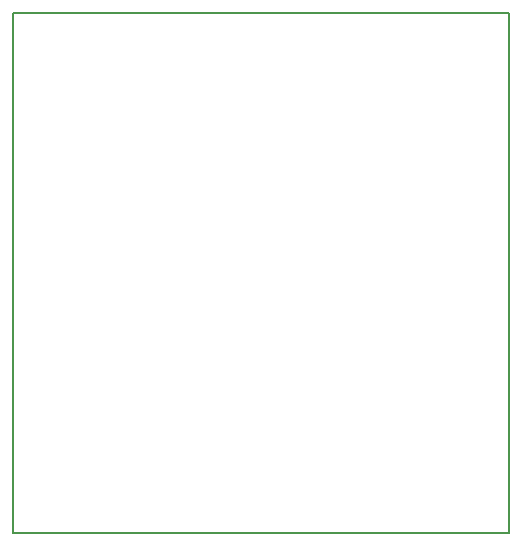
<source format=gbr>
G04 #@! TF.FileFunction,Profile,NP*
%FSLAX46Y46*%
G04 Gerber Fmt 4.6, Leading zero omitted, Abs format (unit mm)*
G04 Created by KiCad (PCBNEW 4.0.1-3.201512221402+6198~38~ubuntu15.04.1-stable) date Mon 11 Jan 2016 14:02:37 CET*
%MOMM*%
G01*
G04 APERTURE LIST*
%ADD10C,0.100000*%
%ADD11C,0.150000*%
G04 APERTURE END LIST*
D10*
D11*
X82000000Y-118000000D02*
X82000000Y-74000000D01*
X124000000Y-118000000D02*
X82000000Y-118000000D01*
X124000000Y-74000000D02*
X124000000Y-118000000D01*
X82000000Y-74000000D02*
X124000000Y-74000000D01*
M02*

</source>
